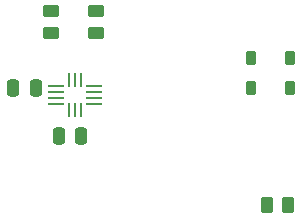
<source format=gbr>
%TF.GenerationSoftware,KiCad,Pcbnew,7.0.10*%
%TF.CreationDate,2024-01-21T01:18:24-08:00*%
%TF.ProjectId,caribou_slime,63617269-626f-4755-9f73-6c696d652e6b,rev?*%
%TF.SameCoordinates,Original*%
%TF.FileFunction,Paste,Bot*%
%TF.FilePolarity,Positive*%
%FSLAX46Y46*%
G04 Gerber Fmt 4.6, Leading zero omitted, Abs format (unit mm)*
G04 Created by KiCad (PCBNEW 7.0.10) date 2024-01-21 01:18:24*
%MOMM*%
%LPD*%
G01*
G04 APERTURE LIST*
G04 Aperture macros list*
%AMRoundRect*
0 Rectangle with rounded corners*
0 $1 Rounding radius*
0 $2 $3 $4 $5 $6 $7 $8 $9 X,Y pos of 4 corners*
0 Add a 4 corners polygon primitive as box body*
4,1,4,$2,$3,$4,$5,$6,$7,$8,$9,$2,$3,0*
0 Add four circle primitives for the rounded corners*
1,1,$1+$1,$2,$3*
1,1,$1+$1,$4,$5*
1,1,$1+$1,$6,$7*
1,1,$1+$1,$8,$9*
0 Add four rect primitives between the rounded corners*
20,1,$1+$1,$2,$3,$4,$5,0*
20,1,$1+$1,$4,$5,$6,$7,0*
20,1,$1+$1,$6,$7,$8,$9,0*
20,1,$1+$1,$8,$9,$2,$3,0*%
G04 Aperture macros list end*
%ADD10R,1.361000X0.250000*%
%ADD11R,0.260000X1.230000*%
%ADD12R,0.250000X1.230000*%
%ADD13RoundRect,0.250000X0.250000X0.475000X-0.250000X0.475000X-0.250000X-0.475000X0.250000X-0.475000X0*%
%ADD14RoundRect,0.225000X-0.225000X-0.375000X0.225000X-0.375000X0.225000X0.375000X-0.225000X0.375000X0*%
%ADD15RoundRect,0.250000X-0.450000X0.262500X-0.450000X-0.262500X0.450000X-0.262500X0.450000X0.262500X0*%
%ADD16RoundRect,0.250000X-0.262500X-0.450000X0.262500X-0.450000X0.262500X0.450000X-0.262500X0.450000X0*%
G04 APERTURE END LIST*
D10*
%TO.C,U2*%
X45528000Y-34925000D03*
X45528000Y-35425000D03*
X45528000Y-35925000D03*
X45528000Y-36425000D03*
D11*
X44427500Y-36965000D03*
D12*
X43922500Y-36965000D03*
X43422500Y-36965000D03*
D10*
X42317000Y-36425000D03*
X42317000Y-35925000D03*
X42317000Y-35425000D03*
X42317000Y-34925000D03*
D12*
X43422500Y-34385000D03*
X43922500Y-34385000D03*
X44422500Y-34385000D03*
%TD*%
D13*
%TO.C,C1*%
X40574000Y-35052000D03*
X38674000Y-35052000D03*
%TD*%
D14*
%TO.C,D1*%
X58802000Y-32512000D03*
X62102000Y-32512000D03*
%TD*%
D15*
%TO.C,R1*%
X41910000Y-28572870D03*
X41910000Y-30397870D03*
%TD*%
%TO.C,R2*%
X45720000Y-28575000D03*
X45720000Y-30400000D03*
%TD*%
D14*
%TO.C,D2*%
X58802000Y-35052000D03*
X62102000Y-35052000D03*
%TD*%
D13*
%TO.C,C2*%
X44450000Y-39116000D03*
X42550000Y-39116000D03*
%TD*%
D16*
%TO.C,R3*%
X60151000Y-44958000D03*
X61976000Y-44958000D03*
%TD*%
M02*

</source>
